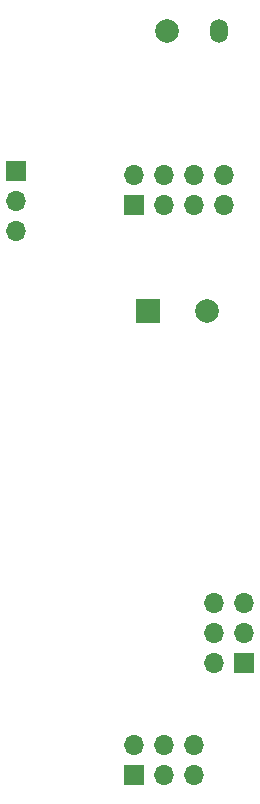
<source format=gbr>
%TF.GenerationSoftware,KiCad,Pcbnew,9.0.0*%
%TF.CreationDate,2025-03-02T17:32:46-06:00*%
%TF.ProjectId,ptSolar-Breakout,7074536f-6c61-4722-9d42-7265616b6f75,rev?*%
%TF.SameCoordinates,Original*%
%TF.FileFunction,Soldermask,Bot*%
%TF.FilePolarity,Negative*%
%FSLAX46Y46*%
G04 Gerber Fmt 4.6, Leading zero omitted, Abs format (unit mm)*
G04 Created by KiCad (PCBNEW 9.0.0) date 2025-03-02 17:32:46*
%MOMM*%
%LPD*%
G01*
G04 APERTURE LIST*
%ADD10R,1.700000X1.700000*%
%ADD11O,1.700000X1.700000*%
%ADD12O,1.500000X2.000000*%
%ADD13C,2.000000*%
%ADD14R,2.000000X2.000000*%
G04 APERTURE END LIST*
D10*
%TO.C,J2*%
X155700000Y-90740000D03*
D11*
X155700000Y-88200000D03*
X158240000Y-90740000D03*
X158240000Y-88200000D03*
X160780000Y-90740000D03*
X160780000Y-88200000D03*
X163320000Y-90740000D03*
X163320000Y-88200000D03*
%TD*%
D10*
%TO.C,J1*%
X165000000Y-129500000D03*
D11*
X162460000Y-129500000D03*
X165000000Y-126960000D03*
X162460000Y-126960000D03*
X165000000Y-124420000D03*
X162460000Y-124420000D03*
%TD*%
D10*
%TO.C,J3*%
X155700000Y-139000000D03*
D11*
X155700000Y-136460000D03*
X158240000Y-139000000D03*
X158240000Y-136460000D03*
X160780000Y-139000000D03*
X160780000Y-136460000D03*
%TD*%
D10*
%TO.C,J5*%
X145750000Y-87920000D03*
D11*
X145750000Y-90460000D03*
X145750000Y-93000000D03*
%TD*%
D12*
%TO.C,J6*%
X162900000Y-76000000D03*
D13*
X158500000Y-76000000D03*
%TD*%
D14*
%TO.C,PZ1*%
X156926041Y-99750000D03*
D13*
X161926041Y-99750000D03*
%TD*%
M02*

</source>
